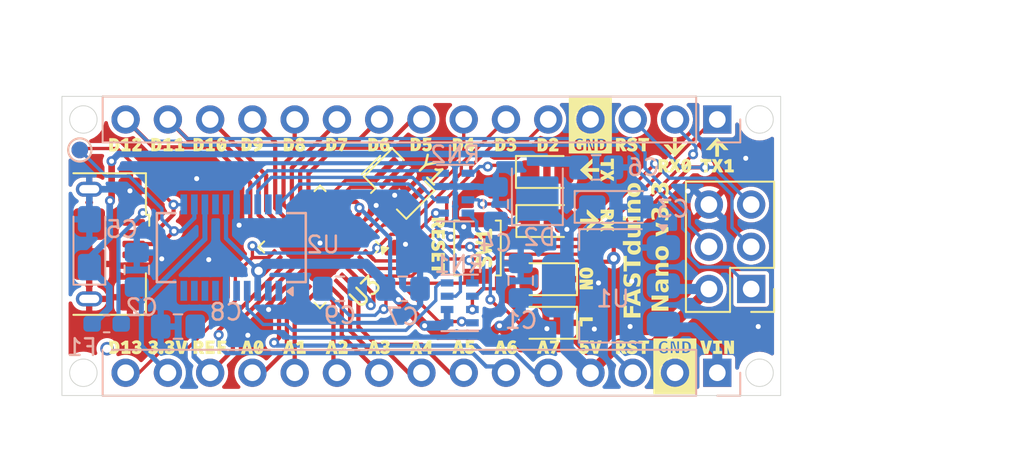
<source format=kicad_pcb>
(kicad_pcb (version 20241229) (generator "pcbnew") (generator_version "9.0")
  (layers (0 "F.Cu" signal) (2 "B.Cu" signal) (13 "F.Paste" user) (15 "B.Paste" user) (5 "F.SilkS" user "F.Silkscreen") (7 "B.SilkS" user "B.Silkscreen") (1 "F.Mask" user) (3 "B.Mask" user) (25 "Edge.Cuts" user))
  (net 0 "")
  (net 1 "/AREF")
  (net 2 "/RESET")
  (net 3 "/RX")
  (net 4 "+5V")
  (net 5 "VUSB")
  (net 6 "/TX")
  (net 7 "/D3")
  (net 8 "/D5")
  (net 9 "/D6")
  (net 10 "/D4")
  (net 11 "/D7")
  (net 12 "/A7")
  (net 13 "/D1{slash}TX")
  (net 14 "/D0{slash}RX")
  (net 15 "/A6")
  (net 16 "/D11{slash}MOSI")
  (net 17 "/A3")
  (net 18 "/A0")
  (net 19 "/A4")
  (net 20 "/D10")
  (net 21 "/D13{slash}SCK")
  (net 22 "/D8")
  (net 23 "/D12{slash}MISO")
  (net 24 "/D9")
  (net 25 "/A1")
  (net 26 "/A2")
  (net 27 "/D2")
  (net 28 "/A5")
  (net 29 "GND")
  (net 30 "+3.3V")
  (net 31 "Net-(D1-A)")
  (net 32 "Net-(D3-K)")
  (net 33 "Net-(D4-K)")
  (net 34 "Net-(J1-VBUS)")
  (net 36 "Net-(J1-D+)")
  (net 37 "Net-(RN2D-R4.1)")
  (net 38 "Net-(RN2B-R2.1)")
  (net 39 "VIN")
  (net 49 "Net-(U3-XTAL2{slash}PB7)")
  (net 50 "Net-(U3-XTAL1{slash}PB6)")
  (net 51 "Net-(U3-~{RESET}{slash}PC6)")
  (net 52 "Net-(J1-D-)")
  (net 53 "Net-(D5-A)")
  (footprint "LED_SMD:LED_0805_2012Metric_Pad1.15x1.40mm_HandSolder" (layer "F.Cu") (at 88.3 78.55)
    (property "Reference" "D4" (hide yes))
    (property "Value" "LED_Green_TX")
  )
  (footprint "LED_SMD:LED_0805_2012Metric_Pad1.15x1.40mm_HandSolder" (layer "F.Cu") (at 88.25 85 180)
    (property "Reference" "D1" (hide yes))
    (property "Value" "LED_Green_POW")
  )
  (footprint "Connector_PinHeader_2.54mm:PinHeader_2x03_P2.54mm_Vertical" (layer "F.Cu") (at 100.575 85.59 180)
    (property "Reference" "J4" (hide yes))
    (property "Value" "Conn_02x03_Odd_Even")
  )
  (footprint "Crystal:Resonator_SMD_Murata_CSTxExxV-3Pin_3.0x1.1mm" (layer "F.Cu") (at 79.423528 79.248528 -45)
    (property "Reference" "Y1")
    (property "Value" "16MHz")
  )
  (footprint "silk:Silkscreen_Front" (layer "F.Cu") (at 80.75 83)
    (property "Reference" "Silkscreen_Front" (hide yes))
    (property "Value" "Silkscreen_Back" (hide yes))
  )
  (footprint "LED_SMD:LED_0805_2012Metric_Pad1.15x1.40mm_HandSolder" (layer "F.Cu") (at 88.25 87.625 180)
    (property "Reference" "D5" (hide yes))
    (property "Value" "LED_Orange_ONB")
  )
  (footprint "Button_Switch_SMD:SW_SPST_B3U-1000P" (layer "F.Cu") (at 84.125 83.125 -90)
    (property "Reference" "SW1")
    (property "Value" "SW_Push")
  )
  (footprint "LED_SMD:LED_0805_2012Metric_Pad1.15x1.40mm_HandSolder" (layer "F.Cu") (at 88.325 81.5)
    (property "Reference" "D3" (hide yes))
    (property "Value" "LED_Red_RX")
  )
  (footprint "TestPoint:TestPoint_Pad_D1.0mm" (layer "F.Cu") (at 60.225 77.225)
    (property "Reference" "TP2" (hide yes))
    (property "Value" "D-")
  )
  (footprint "Connector_USB:USB_Micro-B_Amphenol_10118193-0001LF_Horizontal" (layer "F.Cu") (at 60.79 82.885 -90)
    (property "Reference" "J1" (hide yes))
    (property "Value" "USB_B_Micro")
  )
  (footprint "Package_DFN_QFN:QFN-32-1EP_5x5mm_P0.5mm_EP3.1x3.1mm" (layer "F.Cu") (at 74.664 83.0608 -135)
    (property "Reference" "U3")
    (property "Value" "ATmega328P-MUR")
  )
  (footprint "Capacitor_Tantalum_SMD:CP_EIA-3216-18_Kemet-A_HandSolder" (layer "B.Cu") (at 60.8 82.835 90)
    (property "Reference" "C5")
    (property "Value" "4.7u")
  )
  (footprint "Capacitor_SMD:C_0805_2012Metric_Pad1.18x1.45mm_HandSolder" (layer "B.Cu") (at 66.125 87.85 180)
    (property "Reference" "C8")
    (property "Value" "100n")
  )
  (footprint "Capacitor_SMD:C_0805_2012Metric_Pad1.18x1.45mm_HandSolder" (layer "B.Cu") (at 79.6375 85.575)
    (property "Reference" "C7")
    (property "Value" "1u")
  )
  (footprint "Resistor_SMD:R_Cat16-4" (layer "B.Cu") (at 83.06 86.425 180)
    (property "Reference" "RN1")
    (property "Value" "1k")
  )
  (footprint "Fuse:Fuse_0603_1608Metric_Pad1.05x0.95mm_HandSolder" (layer "B.Cu") (at 61.84 87.685 180)
    (property "Reference" "F1")
    (property "Value" "PTC RESET FUSE")
  )
  (footprint "Capacitor_SMD:C_0805_2012Metric_Pad1.18x1.45mm_HandSolder" (layer "B.Cu") (at 75.8625 85.575 180)
    (property "Reference" "C9")
    (property "Value" "100n")
  )
  (footprint "Capacitor_SMD:C_0805_2012Metric_Pad1.18x1.45mm_HandSolder" (layer "B.Cu") (at 86.725 85.0875 90)
    (property "Reference" "C1")
    (property "Value" "1u")
  )
  (footprint "Package_TO_SOT_SMD:SOT-223-3_TabPin2" (layer "B.Cu") (at 92.15 85.4 180)
    (property "Reference" "U1")
    (property "Value" "LM1117MP-5.0")
  )
  (footprint "Resistor_SMD:R_Cat16-4" (layer "B.Cu") (at 82.79 79.825)
    (property "Reference" "RN2")
    (property "Value" "1k")
  )
  (footprint "Connector_PinHeader_2.54mm:PinHeader_1x15_P2.54mm_Vertical" (layer "B.Cu") (at 98.54 90.63 90)
    (property "Reference" "J3" (hide yes))
    (property "Value" "Conn_01x15")
  )
  (footprint "Diode_SMD:D_SMP_DO-220AA" (layer "B.Cu") (at 87.725 79.4515 90)
    (property "Reference" "D2")
    (property "Value" "SS1P3L")
  )
  (footprint "Capacitor_SMD:C_0805_2012Metric_Pad1.18x1.45mm_HandSolder" (layer "B.Cu") (at 63.65 84.4375 90)
    (property "Reference" "C2")
    (property "Value" "100n")
  )
  (footprint "TestPoint:TestPoint_Pad_D1.0mm" (layer "B.Cu") (at 60.225 77.225)
    (property "Reference" "TP1" (hide yes))
    (property "Value" "D+")
  )
  (footprint "Capacitor_SMD:C_0805_2012Metric_Pad1.18x1.45mm_HandSolder" (layer "B.Cu") (at 85.225 80.4875 90)
    (property "Reference" "C4")
    (property "Value" "1u")
  )
  (footprint "Capacitor_SMD:C_0805_2012Metric_Pad1.18x1.45mm_HandSolder" (layer "B.Cu") (at 91.2625 78.275)
    (property "Reference" "C6")
    (property "Value" "100n")
  )
  (footprint "Connector_PinHeader_2.54mm:PinHeader_1x15_P2.54mm_Vertical" (layer "B.Cu") (at 98.54 75.39 90)
    (property "Reference" "J2" (hide yes))
    (property "Value" "Conn_01x15")
  )
  (footprint "Package_SO:SSOP-20_3.9x8.7mm_P0.635mm" (layer "B.Cu") (at 69.3325 83.1 90)
    (property "Reference" "U2")
    (property "Value" "FT231XS")
  )
  (footprint "Capacitor_Tantalum_SMD:CP_EIA-3216-18_Kemet-A_HandSolder" (layer "B.Cu") (at 92.465 80.65)
    (property "Reference" "C3")
    (property "Value" "4.7u")
  )
  (gr_circle (center 60.44 90.63) (end 61.2655 90.63) (stroke (width 0.05)) (fill no) (layer "Edge.Cuts"))
  (gr_circle (center 60.44 75.39) (end 61.2655 75.39) (stroke (width 0.05)) (fill no) (layer "Edge.Cuts"))
  (gr_circle (center 101.08 90.63) (end 101.9055 90.63) (stroke (width 0.05)) (fill no) (layer "Edge.Cuts"))
  (gr_circle (center 101.08 75.39) (end 101.9055 75.39) (stroke (width 0.05)) (fill no) (layer "Edge.Cuts"))
  (gr_rect (start 59.15 74) (end 102.35 92) (stroke (width 0.05)) (fill no) (layer "Edge.Cuts"))
  (gr_text "FASTduino \nNano v3.3" (at 95.775 83.05 90) (layer "F.SilkS") (effects (font (size 1 1) (thickness 0.25) (bold yes)) (justify bottom)))
  (via (at 61.8624 89.1822) (size 0.8128) (drill 0.5) (layers "F.Cu" "B.Cu") (net 0))
  (segment (start 72.754812 84.616435) (end 69.425 87.946247) (width 0.254) (layer "F.Cu") (net 1))
  (segment (start 69.425 87.946247) (end 69.425 89.265) (width 0.254) (layer "F.Cu") (net 1))
  (segment (start 69.425 89.265) (end 68.06 90.63) (width 0.254) (layer "F.Cu") (net 1))
  (segment (start 67.094 87.9185) (end 67.094 89.664) (width 0.3048) (layer "B.Cu") (net 1))
  (segment (start 67.1625 88.2125) (end 67.1625 87.85) (width 0.3048) (layer "B.Cu") (net 1))
  (segment (start 67.094 89.664) (end 68.06 90.63) (width 0.3048) (layer "B.Cu") (net 1))
  (segment (start 67.1625 87.85) (end 67.094 87.9185) (width 0.3048) (layer "B.Cu") (net 1))
  (segment (start 67.1 88.275) (end 67.1625 88.2125) (width 0.3048) (layer "B.Cu") (net 1))
  (segment (start 81.7902 87.55) (end 79.4826 85.2424) (width 0.2) (layer "F.Cu") (net 2))
  (segment (start 78.493651 86.8) (end 78.625 86.668651) (width 0.2) (layer "F.Cu") (net 2))
  (segment (start 79.4826 85.2424) (end 83.6826 85.2424) (width 0.2) (layer "F.Cu") (net 2))
  (segment (start 92.113084 83.95) (end 85.575 83.95) (width 0.25) (layer "F.Cu") (net 2))
  (segment (start 78.625 86.668651) (end 78.625 85.725) (width 0.2) (layer "F.Cu") (net 2))
  (segment (start 92.315707 82.860277) (end 96.900984 78.275) (width 0.25) (layer "F.Cu") (net 2))
  (segment (start 85.575 83.95) (end 84.725 84.8) (width 0.25) (layer "F.Cu") (net 2))
  (segment (start 92.315707 83.747377) (end 92.315707 82.860277) (width 0.25) (layer "F.Cu") (net 2))
  (segment (start 83.180002 87.55) (end 81.7902 87.55) (width 0.2) (layer "F.Cu") (net 2))
  (segment (start 78.625 85.725) (end 79.1076 85.2424) (width 0.2) (layer "F.Cu") (net 2))
  (segment (start 83.6826 85.2424) (end 84.125 84.8) (width 0.2) (layer "F.Cu") (net 2))
  (segment (start 92.315707 83.747377) (end 92.113084 83.95) (width 0.25) (layer "F.Cu") (net 2))
  (segment (start 79.1076 85.2424) (end 79.4826 85.2424) (width 0.2) (layer "F.Cu") (net 2))
  (segment (start 84.725 84.8) (end 84.125 84.8) (width 0.25) (layer "F.Cu") (net 2))
  (segment (start 96.900984 78.275) (end 97.788084 78.275) (width 0.25) (layer "F.Cu") (net 2))
  (via (at 92.315707 83.747377) (size 0.8) (drill 0.4) (layers "F.Cu" "B.Cu") (net 2))
  (via (at 97.788084 78.275) (size 0.6) (drill 0.3) (layers "F.Cu" "B.Cu") (net 2))
  (via (at 78.493651 86.8) (size 0.6) (drill 0.3) (layers "F.Cu" "B.Cu") (net 2))
  (via (at 83.180002 87.55) (size 0.6) (drill 0.3) (layers "F.Cu" "B.Cu") (net 2))
  (segment (start 97.788084 78.275) (end 96.345 78.275) (width 0.2) (layer "B.Cu") (net 2))
  (segment (start 76.425 87.175) (end 74.825 85.575) (width 0.2) (layer "B.Cu") (net 2))
  (segment (start 78.493651 86.8) (end 78.35 86.8) (width 0.2) (layer "B.Cu") (net 2))
  (segment (start 83.180002 87.55) (end 83.745 87.55) (width 0.2) (layer "B.Cu") (net 2))
  (segment (start 98.34 78.275) (end 100.575 80.51) (width 0.2) (layer "B.Cu") (net 2))
  (segment (start 92.315 83.748084) (end 92.315 89.485) (width 0.25) (layer "B.Cu") (net 2))
  (segment (start 96.345 78.275) (end 93.46 75.39) (width 0.2) (layer "B.Cu") (net 2))
  (segment (start 92.315 89.485) (end 93.46 90.63) (width 0.25) (layer "B.Cu") (net 2))
  (segment (start 92.315707 83.747377) (end 92.315 83.748084) (width 0.25) (layer "B.Cu") (net 2))
  (segment (start 97.788084 78.275) (end 98.34 78.275) (width 0.2) (layer "B.Cu") (net 2))
  (segment (start 78.35 86.8) (end 77.975 87.175) (width 0.2) (layer "B.Cu") (net 2))
  (segment (start 92.315707 83.747377) (end 92.315 83.74667) (width 0.25) (layer "B.Cu") (net 2))
  (segment (start 77.975 87.175) (end 76.425 87.175) (width 0.2) (layer "B.Cu") (net 2))
  (segment (start 83.745 87.55) (end 83.82 87.625) (width 0.2) (layer "B.Cu") (net 2))
  (segment (start 79.825 88.075) (end 73 88.075) (width 0.2) (layer "B.Cu") (net 3))
  (segment (start 72.65 87.725) (end 71.25 87.725) (width 0.2) (layer "B.Cu") (net 3))
  (segment (start 81.619 86.281) (end 79.825 88.075) (width 0.2) (layer "B.Cu") (net 3))
  (segment (start 81.619 85.481) (end 81.619 86.281) (width 0.2) (layer "B.Cu") (net 3))
  (segment (start 81.875 85.225) (end 81.619 85.481) (width 0.2) (layer "B.Cu") (net 3))
  (segment (start 73 88.075) (end 72.65 87.725) (width 0.2) (layer "B.Cu") (net 3))
  (segment (start 70.285 86.76) (end 70.285 85.7) (width 0.2) (layer "B.Cu") (net 3))
  (segment (start 82.3 85.225) (end 81.875 85.225) (width 0.2) (layer "B.Cu") (net 3))
  (segment (start 71.25 87.725) (end 70.285 86.76) (width 0.2) (layer "B.Cu") (net 3))
  (segment (start 76.926879 81.148121) (end 76.926879 81.151474) (width 0.254) (layer "F.Cu") (net 4))
  (segment (start 82.847216 88.35) (end 82.848216 88.351) (width 0.6) (layer "F.Cu") (net 4))
  (segment (start 85.45 87.8) (end 86.75 89.1) (width 0.6) (layer "F.Cu") (net 4))
  (segment (start 77.029778 80.698703) (end 77.029778 80.54602) (width 0.254) (layer "F.Cu") (net 4))
  (segment (start 77.029778 80.54602) (end 76.833758 80.35) (width 0.254) (layer "F.Cu") (net 4))
  (segment (start 76.833758 80.35) (end 76.31414 80.35) (width 0.254) (layer "F.Cu") (net 4))
  (segment (start 94.725 88.9) (end 92.65 88.9) (width 0.6096) (layer "F.Cu") (net 4))
  (segment (start 76.926879 81.151474) (end 76.573188 81.505165) (width 0.254) (layer "F.Cu") (net 4))
  (segment (start 86.75 89.1) (end 89.39 89.1) (width 0.6) (layer "F.Cu") (net 4))
  (segment (start 84.9 88.35) (end 85.45 87.8) (width 0.6) (layer "F.Cu") (net 4))
  (segment (start 82.848216 88.351) (end 83.511788 88.351) (width 0.6) (layer "F.Cu") (net 4))
  (segment (start 89.325 78.55) (end 89.325 81.475) (width 0.4) (layer "F.Cu") (net 4))
  (segment (start 92.65 88.9) (end 90.92 90.63) (width 0.6096) (layer "F.Cu") (net 4))
  (segment (start 89.5 81.65) (end 89.5 82) (width 0.2) (layer "F.Cu") (net 4))
  (segment (start 83.511788 88.351) (end 83.512788 88.35) (width 0.6) (layer "F.Cu") (net 4))
  (segment (start 80.949265 87.799265) (end 79.375 86.225) (width 0.6096) (layer "F.Cu") (net 4))
  (segment (start 76.31414 80.35) (end 75.866082 80.798058) (width 0.254) (layer "F.Cu") (net 4))
  (segment (start 89.39 89.1) (end 90.92 90.63) (width 0.6) (layer "F.Cu") (net 4))
  (segment (start 81.189523 87.799265) (end 81.740258 88.35) (width 0.6) (layer "F.Cu") (net 4))
  (segment (start 77.029778 80.698703) (end 77.029778 81.045222) (width 0.254) (layer "F.Cu") (net 4))
  (segment (start 98.035 85.59) (end 94.725 88.9) (width 0.6096) (layer "F.Cu") (net 4))
  (segment (start 80.949265 87.799265) (end 81.189523 87.799265) (width 0.6) (layer "F.Cu") (net 4))
  (segment (start 89.325 81.475) (end 89.5 81.65) (width 0.2) (layer "F.Cu") (net 4))
  (segment (start 81.740258 88.35) (end 82.847216 88.35) (width 0.6) (layer "F.Cu") (net 4))
  (segment (start 83.512788 88.35) (end 84.9 88.35) (width 0.6) (layer "F.Cu") (net 4))
  (segment (start 70.9725 84.4975) (end 71.175 84.7) (width 0.254) (layer "F.Cu") (net 4))
  (segment (start 71.175 84.7) (end 71.257033 84.7) (width 0.254) (layer "F.Cu") (net 4))
  (segment (start 71.257033 84.7) (end 72.047705 83.909328) (width 0.254) (layer "F.Cu") (net 4))
  (segment (start 77.029778 81.045222) (end 76.926879 81.148121) (width 0.254) (layer "F.Cu") (net 4))
  (via (at 89.5 82) (size 0.6) (drill 0.3) (layers "F.Cu" "B.Cu") (net 4))
  (via (at 85.45 87.8) (size 0.6) (drill 0.3) (layers "F.Cu" "B.Cu") (net 4))
  (via (at 79.375 86.225) (size 0.6) (drill 0.3) (layers "F.Cu" "B.Cu") (net 4))
  (via (at 77.029778 80.698703) (size 0.6) (drill 0.3) (layers "F.Cu" "B.Cu") (net 4))
  (via (at 80.949265 87.799265) (size 0.6) (drill 0.3) (layers "F.Cu" "B.Cu") (net 4))
  (via (at 70.9725 84.4975) (size 0.9064) (drill 0.5) (layers "F.Cu" "B.Cu") (net 4))
  (segment (start 86.775 86.325) (end 86.725 86.275) (width 0.4) (layer "B.Cu") (net 4))
  (segment (start 70.9725 84.4975) (end 69.015 82.54) (width 0.254) (layer "B.Cu") (net 4))
  (segment (start 89.5 82) (end 90.85 80.65) (width 0.8128) (layer "B.Cu") (net 4))
  (segment (start 80.949265 87.799265) (end 82.125735 87.799265) (width 0.6) (layer "B.Cu") (net 4))
  (segment (start 89.5 89.21) (end 90.92 90.63) (width 0.8128) (layer "B.Cu") (net 4))
  (segment (start 86.35 81.525) (end 85.225 81.525) (width 0.4) (layer "B.Cu") (net 4))
  (segment (start 78.875 85.3) (end 78.6 85.575) (width 0.254) (layer "B.Cu") (net 4))
  (segment (start 90.85 80.65) (end 91.025 80.65) (width 0.8128) (layer "B.Cu") (net 4))
  (segment (start 89.625 86.325) (end 89.625 85.725) (width 0.8128) (layer "B.Cu") (net 4))
  (segment (start 88.2134 80.7494) (end 87.745 80.281) (width 0.8128) (layer "B.Cu") (net 4))
  (segment (start 78.725 85.375) (end 77.425 84.075) (width 0.6096) (layer "B.Cu") (net 4))
  (segment (start 95.335 85.59) (end 95.325 85.6) (width 0.6096) (layer "B.Cu") (net 4))
  (segment (start 82.125735 87.799265) (end 82.3 87.625) (width 0.6) (layer "B.Cu") (net 4))
  (segment (start 69.015 82.54) (end 69.015 80.5) (width 0.254) (layer "B.Cu") (net 4))
  (segment (start 88.35 86.275) (end 89.025 85.6) (width 0.4) (layer "B.Cu") (net 4))
  (segment (start 79.375 86.225) (end 78.725 85.575) (width 0.6096) (layer "B.Cu") (net 4))
  (segment (start 87.725 80.15) (end 86.35 81.525) (width 0.4) (layer "B.Cu") (net 4))
  (segment (start 89.5 85.6) (end 89.5 82.0345) (width 0.8128) (layer "B.Cu") (net 4))
  (segment (start 86.725 86.85) (end 86.725 86.275) (width 0.6) (layer "B.Cu") (net 4))
  (segment (start 89.625 85.725) (end 89.5 85.6) (width 0.8128) (layer "B.Cu") (net 4))
  (segment (start 71.395 84.075) (end 70.9725 84.4975) (width 0.6096) (layer "B.Cu") (net 4))
  (segment (start 70.92 85.7) (end 70.92 84.55) (width 0.4) (layer "B.Cu") (net 4))
  (segment (start 85.45 87.8) (end 85.775 87.8) (width 0.6) (layer "B.Cu") (net 4))
  (segment (start 77.425 84.075) (end 71.395 84.075) (width 0.6096) (layer "B.Cu") (net 4))
  (segment (start 70.92 84.55) (end 70.9725 84.4975) (width 0.4) (layer "B.Cu") (net 4))
  (segment (start 78.725 85.575) (end 78.725 85.375) (width 0.6096) (layer "B.Cu") (net 4))
  (segment (start 89.5 86.55) (end 89.5 89.21) (width 0.8128) (layer "B.Cu") (net 4))
  (segment (start 82.3 87.625) (end 82.3 86.825) (width 0.4) (layer "B.Cu") (net 4))
  (segment (start 78.875 82.543925) (end 78.875 85.3) (width 0.254) (layer "B.Cu") (net 4))
  (segment (start 77.029778 80.698703) (end 78.875 82.543925) (width 0.254) (layer "B.Cu") (net 4))
  (segment (start 85.775 87.8) (end 86.725 86.85) (width 0.6) (layer "B.Cu") (net 4))
  (segment (start 89.5 82.0345) (end 89.5 82) (width 0.8128) (layer "B.Cu") (net 4))
  (segment (start 89.625 86.425) (end 89.5 86.55) (width 0.8128) (layer "B.Cu") (net 4))
  (segment (start 89.5 82.0345) (end 87.745 80.2795) (width 0.8128) (layer "B.Cu") (net 4))
  (segment (start 89.625 86.325) (end 89.625 86.425) (width 0.8128) (layer "B.Cu") (net 4))
  (segment (start 86.725 86.275) (end 88.35 86.275) (width 0.4) (layer "B.Cu") (net 4))
  (segment (start 86.725 81.15) (end 87.725 80.15) (width 0.4) (layer "B.Cu") (net 4))
  (segment (start 98.035 85.59) (end 95.335 85.59) (width 0.6096) (layer "B.Cu") (net 4))
  (segment (start 62.15 77.9164) (end 62.1336 77.9) (width 0.4) (layer "F.Cu") (net 5))
  (segment (start 62.139 77.9054) (end 62.1336 77.9) (width 0.4) (layer "F.Cu") (net 5))
  (segment (start 62.1336 77.8914) (end 62.1336 77.9) (width 0.4) (layer "F.Cu") (net 5))
  (segment (start 62.04021 80.285) (end 62.139 80.18621) (width 0.4) (layer "F.Cu") (net 5))
  (segment (start 62.139 80.18621) (end 62.139 77.9054) (width 0.4) (layer "F.Cu") (net 5))
  (via (at 62.1336 77.9) (size 0.6) (drill 0.3) (layers "F.Cu" "B.Cu") (net 5))
  (via (at 62.04021 80.285) (size 0.6) (drill 0.3) (layers "F.Cu" "B.Cu") (net 5))
  (segment (start 60.8 83.725) (end 60.8 84.275) (width 0.4) (layer "B.Cu") (net 5))
  (segment (start 61.04 87.685) (end 62 86.725) (width 0.4) (layer "B.Cu") (net 5))
  (segment (start 87.396 77.47) (end 87.725 77.799) (width 0.4) (layer "B.Cu") (net 5))
  (segment (start 62 86.725) (end 62 85.492) (width 0.4) (layer "B.Cu") (net 5))
  (segment (start 62 85.492) (end 60.8 84.292) (width 0.4) (layer "B.Cu") (net 5))
  (segment (start 62.1336 77.8914) (end 62.555 77.47) (width 0.4) (layer "B.Cu") (net 5))
  (segment (start 60.8 84.292) (end 60.8 84.275) (width 0.4) (layer "B.Cu") (net 5))
  (segment (start 62.024 82.501) (end 60.8 83.725) (width 0.4) (layer "B.Cu") (net 5))
  (segment (start 62.024 80.30121) (end 62.024 82.501) (width 0.4) (layer "B.Cu") (net 5))
  (segment (start 90.225 78.275) (end 89.881 77.931) (width 0.6096) (layer "B.Cu") (net 5))
  (segment (start 89.881 77.931) (end 88.0835 77.931) (width 0.6096) (layer "B.Cu") (net 5))
  (segment (start 62.555 77.47) (end 87.396 77.47) (width 0.4) (layer "B.Cu") (net 5))
  (segment (start 62.04021 80.285) (end 62.024 80.30121) (width 0.4) (layer "B.Cu") (net 5))
  (segment (start 81.02918 80.32918) (end 79.977 79.277) (width 0.2) (layer "B.Cu") (net 6))
  (segment (start 81.02918 81.79628) (end 81.02918 80.32918) (width 0.2) (layer "B.Cu") (net 6))
  (segment (start 82.770254 84.470254) (end 82.770254 83.537354) (width 0.2) (layer "B.Cu") (net 6))
  (segment (start 82.825 86.025) (end 83.1 85.75) (width 0.2) (layer "B.Cu") (net 6))
  (segment (start 79.977 79.277) (end 73.413 79.277) (width 0.2) (layer "B.Cu") (net 6))
  (segment (start 83.1 85.75) (end 83.1 84.8) (width 0.2) (layer "B.Cu") (net 6))
  (segment (start 82.770254 83.537354) (end 81.02918 81.79628) (width 0.2) (layer "B.Cu") (net 6))
  (segment (start 83.1 84.8) (end 82.770254 84.470254) (width 0.2) (layer "B.Cu") (net 6))
  (segment (start 82.3 86.025) (end 82.825 86.025) (width 0.2) (layer "B.Cu") (net 6))
  (segment (start 73.413 79.277) (end 72.19 80.5) (width 0.2) (layer "B.Cu") (net 6))
  (segment (start 78.469673 81.73) (end 80.038468 81.73) (width 0.2) (layer "F.Cu") (net 7))
  (segment (start 77.633848 82.565825) (end 78.469673 81.73) (width 0.2) (layer "F.Cu") (net 7))
  (segment (start 83.155 78.613467) (end 83.155 78.07189) (width 0.2) (layer "F.Cu") (net 7))
  (segment (start 83.155 78.07189) (end 83.17189 78.055) (width 0.2) (layer "F.Cu") (net 7))
  (segment (start 83.17189 78.055) (end 83.175 78.055) (width 0.2) (layer "F.Cu") (net 7))
  (segment (start 80.038468 81.73) (end 83.155 78.613467) (width 0.2) (layer "F.Cu") (net 7))
  (segment (start 83.175 78.055) (end 85.84 75.39) (width 0.2) (layer "F.Cu") (net 7))
  (segment (start 73.97 79.891927) (end 73.97 78.6494) (width 0.254) (layer "F.Cu") (net 8))
  (segment (start 75.5276 77.0918) (end 75.52808 77.09228) (width 0.254) (layer "F.Cu") (net 8))
  (segment (start 75.52808 77.09228) (end 78.49892 77.09228) (width 0.254) (layer "F.Cu") (net 8))
  (segment (start 78.49892 77.09228) (end 80.2012 75.39) (width 0.254) (layer "F.Cu") (net 8))
  (segment (start 74.169025 80.090952) (end 73.97 79.891927) (width 0.254) (layer "F.Cu") (net 8))
  (segment (start 73.97 78.6494) (end 75.5276 77.0918) (width 0.254) (layer "F.Cu") (net 8))
  (segment (start 80.2012 75.39) (end 80.76 75.39) (width 0.254) (layer "F.Cu") (net 8))
  (segment (start 73.47 78.489) (end 75.3244 76.6346) (width 0.254) (layer "F.Cu") (net 9))
  (segment (start 75.3244 76.6346) (end 76.9754 76.6346) (width 0.254) (layer "F.Cu") (net 9))
  (segment (start 76.9754 76.6346) (end 78.22 75.39) (width 0.254) (layer "F.Cu") (net 9))
  (segment (start 73.47 80.099033) (end 73.47 78.489) (width 0.254) (layer "F.Cu") (net 9))
  (segment (start 73.815472 80.444505) (end 73.47 80.099033) (width 0.254) (layer "F.Cu") (net 9))
  (segment (start 83.3 77.283422) (end 82.7 77.883422) (width 0.2) (layer "F.Cu") (net 10))
  (segment (start 79.85 81.275) (end 78.217567 81.275) (width 0.2) (layer "F.Cu") (net 10))
  (segment (start 82.7 78.425) (end 79.85 81.275) (width 0.2) (layer "F.Cu") (net 10))
  (segment (start 78.217567 81.275) (end 77.280295 82.212272) (width 0.2) (layer "F.Cu") (net 10))
  (segment (start 82.7 77.883422) (end 82.7 78.425) (width 0.2) (layer "F.Cu") (net 10))
  (segment (start 83.3 75.39) (end 83.3 77.283422) (width 0.2) (layer "F.Cu") (net 10))
  (segment (start 72.97 78.3) (end 75.68 75.59) (width 0.254) (layer "F.Cu") (net 11))
  (segment (start 73.461918 80.798058) (end 72.97 80.30614) (width 0.254) (layer "F.Cu") (net 11))
  (segment (start 72.97 80.30614) (end 72.97 78.3) (width 0.254) (layer "F.Cu") (net 11))
  (segment (start 75.68 75.39) (end 75.68 75.59) (width 0.254) (layer "F.Cu") (net 11))
  (segment (start 72.2 88.529644) (end 72.2 86.58546) (width 0.254) (layer "F.Cu") (net 12))
  (segment (start 73.470757 85.314703) (end 73.461918 85.323542) (width 0.254) (layer "F.Cu") (net 12))
  (segment (start 72.2 86.58546) (end 73.470757 85.314703) (width 0.254) (layer "F.Cu") (net 12))
  (segment (start 71.906644 88.823) (end 72.2 88.529644) (width 0.254) (layer "F.Cu") (net 12))
  (via (at 71.906644 88.823) (size 0.6) (drill 0.3) (layers "F.Cu" "B.Cu") (net 12))
  (segment (start 71.906644 88.823) (end 71.906644 88.830644) (width 0.254) (layer "B.Cu") (net 12))
  (segment (start 84.038468 88.995) (end 84.468468 89.425) (width 0.254) (layer "B.Cu") (net 12))
  (segment (start 84.468468 89.425) (end 86.375 89.425) (width 0.254) (layer "B.Cu") (net 12))
  (segment (start 72.071 88.995) (end 84.038468 88.995) (width 0.254) (layer "B.Cu") (net 12))
  (segment (start 87.58 90.63) (end 88.38 90.63) (width 0.254) (layer "B.Cu") (net 12))
  (segment (start 71.906644 88.830644) (end 72.071 88.995) (width 0.254) (layer "B.Cu") (net 12))
  (segment (start 86.375 89.425) (end 87.58 90.63) (width 0.254) (layer "B.Cu") (net 12))
  (segment (start 83.675 83.05) (end 83.67692 83.04808) (width 0.2) (layer "F.Cu") (net 13))
  (segment (start 83.67692 83.04808) (end 85.192813 83.04808) (width 0.2) (layer "F.Cu") (net 13))
  (segment (start 85.198894 83.042) (end 90.683 83.042) (width 0.2) (layer "F.Cu") (net 13))
  (segment (start 79.9928 84.3572) (end 77.728161 84.3572) (width 0.2) (layer "F.Cu") (net 13))
  (segment (start 81.30192 83.04808) (end 79.9928 84.3572) (width 0.2) (layer "F.Cu") (net 13))
  (segment (start 85.192813 83.04808) (end 85.198894 83.042) (width 0.2) (layer "F.Cu") (net 13))
  (segment (start 83.67308 83.04808) (end 81.30192 83.04808) (width 0.2) (layer "F.Cu") (net 13))
  (segment (start 90.683 83.042) (end 98.335 75.39) (width 0.2) (layer "F.Cu") (net 13))
  (segment (start 98.335 75.39) (end 98.54 75.39) (width 0.2) (layer "F.Cu") (net 13))
  (segment (start 77.728161 84.3572) (end 77.280293 83.909332) (width 0.2) (layer "F.Cu") (net 13))
  (segment (start 83.675 83.05) (end 83.67308 83.04808) (width 0.2) (layer "F.Cu") (net 13))
  (via (at 83.675 83.05) (size 0.6) (drill 0.3) (layers "F.Cu" "B.Cu") (net 13))
  (segment (start 83.675 83.05) (end 84.5 83.875) (width 0.2) (layer "B.Cu") (net 13))
  (segment (start 84.05 86.025) (end 83.82 86.025) (width 0.2) (layer "B.Cu") (net 13))
  (segment (start 84.5 83.875) (end 84.5 85.575) (width 0.2) (layer "B.Cu") (net 13))
  (segment (start 84.5 85.575) (end 84.05 86.025) (width 0.2) (layer "B.Cu") (net 13))
  (segment (start 77.47826 84.8144) (end 76.926742 84.262882) (width 0.2) (layer "F.Cu") (net 14))
  (segment (start 91.07653 83.497) (end 85.387361 83.497) (width 0.2) (layer "F.Cu") (net 14))
  (segment (start 83.605572 83.861312) (end 83.52926 83.785) (width 0.2) (layer "F.Cu") (net 14))
  (segment (start 97.086765 77.486765) (end 91.07653 83.497) (width 0.2) (layer "F.Cu") (net 14))
  (segment (start 83.52926 83.785) (end 81.211578 83.785) (width 0.2) (layer "F.Cu") (net 14))
  (segment (start 83.702297 83.785) (end 83.625985 83.861312) (width 0.2) (layer "F.Cu") (net 14))
  (segment (start 81.211578 83.785) (end 80.182178 84.8144) (width 0.2) (layer "F.Cu") (net 14))
  (segment (start 85.099362 83.785) (end 83.702297 83.785) (width 0.2) (layer "F.Cu") (net 14))
  (segment (start 85.387361 83.497) (end 85.099362 83.785) (width 0.2) (layer "F.Cu") (net 14))
  (segment (start 80.182178 84.8144) (end 77.47826 84.8144) (width 0.2) (layer "F.Cu") (net 14))
  (segment (start 83.625985 83.861312) (end 83.605572 83.861312) (width 0.2) (layer "F.Cu") (net 14))
  (via (at 97.086765 77.486765) (size 0.6) (drill 0.3) (layers "F.Cu" "B.Cu") (net 14))
  (via (at 83.625985 83.861312) (size 0.6) (drill 0.3) (layers "F.Cu" "B.Cu") (net 14))
  (segment (start 83.625985 83.970985) (end 83.82 84.165) (width 0.2) (layer "B.Cu") (net 14))
  (segment (start 83.82 84.165) (end 83.82 85.225) (width 0.2) (layer "B.Cu") (net 14))
  (segment (start 97.245856 77.327674) (end 97.245856 77.016856) (width 0.2) (layer "B.Cu") (net 14))
  (segment (start 96 75.771) (end 96 75.39) (width 0.2) (layer "B.Cu") (net 14))
  (segment (start 83.625985 83.861312) (end 83.625985 83.970985) (width 0.2) (layer "B.Cu") (net 14))
  (segment (start 97.086765 77.486765) (end 97.245856 77.327674) (width 0.2) (layer "B.Cu") (net 14))
  (segment (start 97.245856 77.016856) (end 96 75.771) (width 0.2) (layer "B.Cu") (net 14))
  (segment (start 68.572001 88.297001) (end 68.572001 88.092139) (width 0.254) (layer "F.Cu") (net 15))
  (segment (start 68.572001 88.092139) (end 72.401258 84.262882) (width 0.254) (layer "F.Cu") (net 15))
  (via (at 68.572001 88.35) (size 0.6) (drill 0.3) (layers "F.Cu" "B.Cu") (net 15))
  (segment (start 84.649 90.249) (end 85.459 90.249) (width 0.254) (layer "B.Cu") (net 15))
  (segment (start 83.85 89.45) (end 84.649 90.249) (width 0.254) (layer "B.Cu") (net 15))
  (segment (start 85.459 90.249) (end 85.84 90.63) (width 0.254) (layer "B.Cu") (net 15))
  (segment (start 69.025 89.45) (end 83.85 89.45) (width 0.254) (layer "B.Cu") (net 15))
  (segment (start 68.572001 88.297001) (end 68.572001 88.35) (width 0.254) (layer "B.Cu") (net 15))
  (segment (start 68.572001 88.997001) (end 69.025 89.45) (width 0.254) (layer "B.Cu") (net 15))
  (segment (start 68.572001 88.35) (end 68.572001 88.997001) (width 0.254) (layer "B.Cu") (net 15))
  (segment (start 65.52 75.39) (end 66.73968 76.60968) (width 0.254) (layer "F.Cu") (net 16))
  (segment (start 68.61832 76.60968) (end 68.6188 76.6092) (width 0.254) (layer "F.Cu") (net 16))
  (segment (start 66.73968 76.60968) (end 68.61832 76.60968) (width 0.254) (layer "F.Cu") (net 16))
  (segment (start 72.047705 82.212272) (end 70.97 81.134567) (width 0.254) (layer "F.Cu") (net 16))
  (segment (start 70.97 78.9604) (end 68.6188 76.6092) (width 0.254) (layer "F.Cu") (net 16))
  (segment (start 70.97 81.134567) (end 70.97 78.9604) (width 0.254) (layer "F.Cu") (net 16))
  (segment (start 98.035 82.96) (end 98.035 83.05) (width 0.2) (layer "B.Cu") (net 16))
  (segment (start 94.196885 77.371885) (end 94.196885 78.322013) (width 0.2) (layer "B.Cu") (net 16))
  (segment (start 96.857 80.982128) (end 96.857 81.782) (width 0.2) (layer "B.Cu") (net 16))
  (segment (start 66.671 76.541) (end 93.366 76.541) (width 0.2) (layer "B.Cu") (net 16))
  (segment (start 94.196885 78.322013) (end 96.857 80.982128) (width 0.2) (layer "B.Cu") (net 16))
  (segment (start 65.52 75.39) (end 66.671 76.541) (width 0.2) (layer "B.Cu") (net 16))
  (segment (start 93.366 76.541) (end 94.196885 77.371885) (width 0.2) (layer "B.Cu") (net 16))
  (segment (start 96.857 81.782) (end 98.035 82.96) (width 0.2) (layer "B.Cu") (net 16))
  (segment (start 75.512528 85.677095) (end 75.97 86.134567) (width 0.254) (layer "F.Cu") (net 17))
  (segment (start 75.97 86.134567) (end 75.97 88.38) (width 0.254) (layer "F.Cu") (net 17))
  (segment (start 75.97 88.38) (end 78.22 90.63) (width 0.254) (layer "F.Cu") (net 17))
  (segment (start 71.245 90.63) (end 72.67 89.205) (width 0.254) (layer "F.Cu") (net 18))
  (segment (start 72.67 86.822567) (end 73.815472 85.677095) (width 0.254) (layer "F.Cu") (net 18))
  (segment (start 72.67 89.205) (end 72.67 86.822567) (width 0.254) (layer "F.Cu") (net 18))
  (segment (start 70.6 90.63) (end 71.245 90.63) (width 0.254) (layer "F.Cu") (net 18))
  (segment (start 77.795 89.425) (end 78.775 89.425) (width 0.254) (layer "F.Cu") (net 19))
  (segment (start 75.866082 85.323542) (end 76.47 85.92746) (width 0.254) (layer "F.Cu") (net 19))
  (segment (start 79.98 90.63) (end 80.76 90.63) (width 0.254) (layer "F.Cu") (net 19))
  (segment (start 78.775 89.425) (end 79.98 90.63) (width 0.254) (layer "F.Cu") (net 19))
  (segment (start 76.47 85.92746) (end 76.47 88.1) (width 0.254) (layer "F.Cu") (net 19))
  (segment (start 76.47 88.1) (end 77.795 89.425) (width 0.254) (layer "F.Cu") (net 19))
  (segment (start 71.42672 80.88418) (end 71.42672 78.75672) (width 0.254) (layer "F.Cu") (net 20))
  (segment (start 72.401258 81.858718) (end 71.42672 80.88418) (width 0.254) (layer "F.Cu") (net 20))
  (segment (start 71.42672 78.75672) (end 68.06 75.39) (width 0.254) (layer "F.Cu") (net 20))
  (segment (start 85.396785 82.446785) (end 85.55 82.6) (width 0.2) (layer "F.Cu") (net 21))
  (segment (start 84.348943 82.451) (end 84.353158 82.446785) (width 0.2) (layer "F.Cu") (net 21))
  (segment (start 81.625 81.025) (end 80.35 82.3) (width 0.2) (layer "F.Cu") (net 21))
  (segment (start 85.55 82.6) (end 90.25 82.6) (width 0.2) (layer "F.Cu") (net 21))
  (segment (start 90.25 82.6) (end 94.797885 78.052115) (width 0.2) (layer "F.Cu") (net 21))
  (segment (start 83.851057 82.451) (end 84.348943 82.451) (width 0.2) (layer "F.Cu") (net 21))
  (segment (start 63.79 90.63) (end 65.12 89.3) (width 0.2) (layer "F.Cu") (net 21))
  (segment (start 80.35 82.3) (end 78.925 82.3) (width 0.2) (layer "F.Cu") (net 21))
  (segment (start 69.575 84.725) (end 70.6 83.7) (width 0.2) (layer "F.Cu") (net 21))
  (segment (start 83.846842 82.446785) (end 83.851057 82.451) (width 0.2) (layer "F.Cu") (net 21))
  (segment (start 70.6 83.7) (end 71.549927 83.7) (width 0.2) (layer "F.Cu") (net 21))
  (segment (start 69.575 86.295) (end 69.575 84.725) (width 0.2) (layer "F.Cu") (net 21))
  (segment (start 66.57 89.3) (end 69.575 86.295) (width 0.2) (layer "F.Cu") (net 21))
  (segment (start 65.12 89.3) (end 66.57 89.3) (width 0.2) (layer "F.Cu") (net 21))
  (segment (start 84.353158 82.446785) (end 85.396785 82.446785) (width 0.2) (layer "F.Cu") (net 21))
  (segment (start 78.925 82.3) (end 78.100735 83.124265) (width 0.2) (layer "F.Cu") (net 21))
  (segment (start 71.549927 83.7) (end 71.694152 83.555775) (width 0.2) (layer "F.Cu") (net 21))
  (segment (start 71.70299 83.546936) (end 71.671936 83.546936) (width 0.2) (layer "F.Cu") (net 21))
  (segment (start 70.6 83.7) (end 70.6 83) (width 0.2) (layer "F.Cu") (net 21))
  (segment (start 62.98 90.63) (end 63.79 90.63) (width 0.2) (layer "F.Cu") (net 21))
  (segment (start 82.528215 82.446785) (end 83.846842 82.446785) (width 0.2) (layer "F.Cu") (net 21))
  (segment (start 81.63018 81.025) (end 81.625 81.025) (width 0.2) (layer "F.Cu") (net 21))
  (via (at 70.6 83) (size 0.6) (drill 0.3) (layers "F.Cu" "B.Cu") (net 21))
  (via (at 94.797885 78.052115) (size 0.6) (drill 0.3) (layers "F.Cu" "B.Cu") (net 21))
  (via (at 78.100735 83.124265) (size 0.6) (drill 0.3) (layers "F.Cu" "B.Cu") (net 21))
  (via (at 82.528215 82.446785) (size 0.6) (drill 0.3) (layers "F.Cu" "B.Cu") (net 21))
  (via (at 81.63018 81.025) (size 0.6) (drill 0.3) (layers "F.Cu" "B.Cu") (net 21))
  (segment (start 95.67077 78.925) (end 98.4229 78.925) (width 0.2) (layer "B.Cu") (net 21))
  (segment (start 82.528215 82.446785) (end 82.28143 82.2) (width 0.2) (layer "B.Cu") (net 21))
  (segment (start 81.63018 81.025) (end 82.03 81.025) (width 0.2) (layer "B.Cu") (net 21))
  (segment (start 94.797885 78.052115) (end 95.67077 78.925) (width 0.2) (layer "B.Cu") (net 21))
  (segment (start 81.63018 81.83018) (end 81.63018 81.025) (width 0.2) (layer "B.Cu") (net 21))
  (segment (start 78.100735 83.124265) (end 77.8 83.425) (width 0.2) (layer "B.Cu") (net 21))
  (segment (start 99.424 79.9261) (end 99.424 81.899) (width 0.2) (layer "B.Cu") (net 21))
  (segment (start 71.025 83.425) (end 70.6 83) (width 0.2) (layer "B.Cu") (net 21))
  (segment (start 77.8 83.425) (end 71.025 83.425) (width 0.2) (layer "B.Cu") (net 21))
  (segment (start 82 82.2) (end 81.63018 81.83018) (width 0.2) (layer "B.Cu") (net 21))
  (segment (start 99.424 81.899) (end 100.575 83.05) (width 0.2) (layer "B.Cu") (net 21))
  (segment (start 98.4229 78.925) (end 99.424 79.9261) (width 0.2) (layer "B.Cu") (net 21))
  (segment (start 82.28143 82.2) (end 82 82.2) (width 0.2) (layer "B.Cu") (net 21))
  (segment (start 72.47 80.513247) (end 72.47 78.1) (width 0.254) (layer "F.Cu") (net 22))
  (segment (start 73.14 75.39) (end 73.14 77.43) (width 0.254) (layer "F.Cu") (net 22))
  (segment (start 73.14 77.43) (end 72.47 78.1) (width 0.254) (layer "F.Cu") (net 22))
  (segment (start 73.108365 81.151612) (end 72.47 80.513247) (width 0.254) (layer "F.Cu") (net 22))
  (segment (start 71.694152 82.565825) (end 70.47 81.341673) (width 0.254) (layer "F.Cu") (net 23))
  (segment (start 62.98 75.39) (end 64.6564 77.0664) (width 0.254) (layer "F.Cu") (net 23))
  (segment (start 70.47 81.341673) (end 70.47 79.197) (width 0.254) (layer "F.Cu") (net 23))
  (segment (start 68.3394 77.0664) (end 64.6564 77.0664) (width 0.254) (layer "F.Cu") (net 23))
  (segment (start 70.47 79.197) (end 68.3394 77.0664) (width 0.254) (layer "F.Cu") (net 23))
  (segment (start 93.768885 78.461113) (end 96.456 81.148228) (width 0.2) (layer "B.Cu") (net 23))
  (segment (start 66.2629 76.7) (end 66.5049 76.942) (width 0.2) (layer "B.Cu") (net 23))
  (segment (start 64.29 76.7) (end 66.2629 76.7) (width 0.2) (layer "B.Cu") (net 23))
  (segment (start 96.825 82.3171) (end 96.825 83.625) (width 0.2) (layer "B.Cu") (net 23))
  (segment (start 62.98 75.39) (end 64.29 76.7) (width 0.2) (layer "B.Cu") (net 23))
  (segment (start 93.161716 76.942) (end 93.768885 77.549169) (width 0.2) (layer "B.Cu") (net 23))
  (segment (start 99.26 84.275) (end 100.575 85.59) (width 0.2) (layer "B.Cu") (net 23))
  (segment (start 66.5049 76.942) (end 93.161716 76.942) (width 0.2) (layer "B.Cu") (net 23))
  (segment (start 96.456 81.9481) (end 96.825 82.3171) (width 0.2) (layer "B.Cu") (net 23))
  (segment (start 93.768885 77.549169) (end 93.768885 78.461113) (width 0.2) (layer "B.Cu") (net 23))
  (segment (start 96.825 83.625) (end 97.475 84.275) (width 0.2) (layer "B.Cu") (net 23))
  (segment (start 97.475 84.275) (end 99.26 84.275) (width 0.2) (layer "B.Cu") (net 23))
  (segment (start 96.456 81.148228) (end 96.456 81.9481) (width 0.2) (layer "B.Cu") (net 23))
  (segment (start 71.97 80.720353) (end 71.97 76.76) (width 0.254) (layer "F.Cu") (net 24))
  (segment (start 72.754812 81.505165) (end 71.97 80.720353) (width 0.254) (layer "F.Cu") (net 24))
  (segment (start 71.97 76.76) (end 70.6 75.39) (width 0.254) (layer "F.Cu") (net 24))
  (segment (start 73.14 90.63) (end 73.14 87.059675) (width 0.254) (layer "F.Cu") (net 25))
  (segment (start 73.14 87.059675) (end 74.169025 86.03065) (width 0.254) (layer "F.Cu") (net 25))
  (segment (start 75.469993 90.419993) (end 75.469993 86.341666) (width 0.254) (layer "F.Cu") (net 26))
  (segment (start 75.68 90.63) (end 75.469993 90.419993) (width 0.254) (layer "F.Cu") (net 26))
  (segment (start 75.469993 86.341666) (end 75.158975 86.030648) (width 0.254) (layer "F.Cu") (net 26))
  (segment (start 83.725 78.2416) (end 85.3066 76.66) (width 0.2) (layer "F.Cu") (net 27))
  (segment (start 83.725 78.7) (end 83.725 78.2416) (width 0.2) (layer "F.Cu") (net 27))
  (segment (start 82.275 81.425) (end 82.275 80.15) (width 0.2) (layer "F.Cu") (net 27))
  (segment (start 77.633848 83.555775) (end 77.978073 83.9) (width 0.2) (layer "F.Cu") (net 27))
  (segment (start 87.11 76.66) (end 88.38 75.39) (width 0.2) (layer "F.Cu") (net 27))
  (segment (start 79.8 83.9) (end 82.275 81.425) (width 0.2) (layer "F.Cu") (net 27))
  (segment (start 82.275 80.15) (end 83.725 78.7) (width 0.2) (layer "F.Cu") (net 27))
  (segment (start 77.978073 83.9) (end 79.8 83.9) (width 0.2) (layer "F.Cu") (net 27))
  (segment (start 85.3066 76.66) (end 87.11 76.66) (width 0.2) (layer "F.Cu") (net 27))
  (segment (start 76.97 87.87) (end 78.05 88.95) (width 0.254) (layer "F.Cu") (net 28))
  (segment (start 76.97 85.720353) (end 76.97 87.87) (width 0.254) (layer "F.Cu") (net 28))
  (segment (start 78.05 88.95) (end 80.775 88.95) (width 0.254) (layer "F.Cu") (net 28))
  (segment (start 82.455 90.63) (end 83.3 90.63) (width 0.254) (layer "F.Cu") (net 28))
  (segment (start 80.775 88.95) (end 82.455 90.63) (width 0.254) (layer "F.Cu") (net 28))
  (segment (start 76.219635 84.969988) (end 76.97 85.720353) (width 0.254) (layer "F.Cu") (net 28))
  (segment (start 67.975 83.825) (end 67.925 83.775) (width 0.2) (layer "F.Cu") (net 29))
  (segment (start 76.219635 81.151612) (end 74.664 82.707247) (width 0.254) (layer "F.Cu") (net 29))
  (segment (start 74.664 83.414353) (end 74.664 83.0608) (width 0.254) (layer "F.Cu") (net 29))
  (segment (start 74.664 82.707247) (end 74.664 82.825) (width 0.254) (layer "F.Cu") (net 29))
  (segment (start 74.664 82.825) (end 74.664 83.0608) (width 0.254) (layer "F.Cu") (net 29))
  (segment (start 75.72466 83.0608) (end 74.664 83.0608) (width 0.254) (layer "F.Cu") (net 29))
  (segment (start 73.108365 84.969988) (end 74.664 83.414353) (width 0.254) (layer "F.Cu") (net 29))
  (segment (start 76.926742 81.858718) (end 75.72466 83.0608) (width 0.254) (layer "F.Cu") (net 29))
  (via (at 93.4 85.125) (size 0.6) (drill 0.3) (layers "F.Cu" "B.Cu") (net 29))
  (via (at 79.15 79.95) (size 0.6) (drill 0.3) (layers "F.Cu" "B.Cu") (net 29))
  (via (at 100.25 77.725) (size 0.6) (drill 0.3) (layers "F.Cu" "B.Cu") (net 29))
  (via (at 67.25 78.95) (size 0.6) (drill 0.3) (layers "F.Cu" "B.Cu") (net 29))
  (via (at 91.4 85.225) (size 0.6) (drill 0.3) (layers "F.Cu" "B.Cu") (net 29))
  (via (at 79.8 82.9) (size 0.6) (drill 0.3) (layers "F.Cu" "B.Cu") (net 29))
  (via (at 67.975 83.825) (size 0.6) (drill 0.3) (layers "F.Cu" "B.Cu") (net 29))
  (via (at 71.573 86.826577) (size 0.6) (drill 0.3) (layers "F.Cu" "B.Cu") (net 29))
  (via (at 101 87.85) (size 0.6) (drill 0.3) (layers "F.Cu" "B.Cu") (net 29))
  (via (at 83.3 81.846785) (size 0.6) (drill 0.3) (layers "F.Cu" "B.Cu") (net 29))
  (via (at 63.24 79.685) (size 0.6) (drill 0.3) (layers "F.Cu" "B.Cu") (net 29))
  (via (at 74.664 82.825) (size 0.6) (drill 0.3) (layers "F.Cu" "B.Cu") (net 29))
  (via (at 88.299999 87.979566) (size 0.6) (drill 0.3) (layers "F.Cu" "B.Cu") (net 29))
  (via (at 65.15 83.775) (size 0.6) (drill 0.3) (layers "F.Cu" "B.Cu") (net 29))
  (via (at 69.8 81.75) (size 0.6) (drill 0.3) (layers "F.Cu" "B.Cu") (net 29))
  (via (at 91.15 88) (size 0.6) (drill 0.3) (layers "F.Cu" "B.Cu") (net 29))
  (via (at 70.325 88.375) (size 0.6) (drill 0.3) (layers "F.Cu" "B.Cu") (net 29))
  (via (at 78.038235 80.561765) (size 0.6) (drill 0.3) (layers "F.Cu" "B.Cu") (net 29))
  (via (at 96.775 79.7) (size 0.6) (drill 0.3) (layers "F.Cu" "B.Cu") (net 29))
  (via (at 93.3 87.85) (size 0.6) (drill 0.3) (layers "F.Cu" "B.Cu") (net 29))
  (segment (start 63.14 79.585) (end 63.24 79.685) (width 0.4) (layer "B.Cu") (net 29))
  (segment (start 60.79 79.585) (end 63.14 79.585) (width 0.4) (layer "B.Cu") (net 29))
  (segment (start 60.8 79.595) (end 60.79 79.585) (width 0.4) (layer "B.Cu") (net 29))
  (segment (start 60.8 81.395) (end 60.8 79.595) (width 0.4) (layer "B.Cu") (net 29))
  (segment (start 78.65 79.95) (end 78.038235 80.561765) (width 0.2) (layer "B.Cu") (net 29))
  (segment (start 79.15 79.95) (end 78.65 79.95) (width 0.2) (layer "B.Cu") (net 29))
  (segment (start 63.925 86.40625) (end 63.925 86.4) (width 0.3048) (layer "B.Cu") (net 30))
  (segment (start 65.52 90.615) (end 65.52 90.63) (width 0.3048) (layer "B.Cu") (net 30))
  (segment (start 63.925 86.40625) (end 63.925 89.02) (width 0.3048) (layer "B.Cu") (net 30))
  (segment (start 63.65 86.125) (end 63.65 85.475) (width 0.3048) (layer "B.Cu") (net 30))
  (segment (start 63.925 89.02) (end 65.52 90.615) (width 0.3048) (layer "B.Cu") (net 30))
  (segment (start 67.745 82.58625) (end 63.925 86.40625) (width 0.3048) (layer "B.Cu") (net 30))
  (segment (start 67.745 80.5) (end 67.745 82.58625) (width 0.3048) (layer "B.Cu") (net 30))
  (segment (start 63.925 86.4) (end 63.65 86.125) (width 0.3048) (layer "B.Cu") (net 30))
  (segment (start 85.276 84.851454) (end 85.677454 84.45) (width 0.2) (layer "F.Cu") (net 31))
  (segment (start 83.82 86.825) (end 83.82 86.155) (width 0.2) (layer "F.Cu") (net 31))
  (segment (start 83.82 86.155) (end 84.399 85.576) (width 0.2) (layer "F.Cu") (net 31))
  (segment (start 84.399 85.576) (end 85.276 85.576) (width 0.2) (layer "F.Cu") (net 31))
  (segment (start 87.225 84.45) (end 87.225 85) (width 0.2) (layer "F.Cu") (net 31))
  (segment (start 85.276 85.576) (end 85.276 84.851454) (width 0.2) (layer "F.Cu") (net 31))
  (segment (start 85.677454 84.45) (end 87.225 84.45) (width 0.2) (layer "F.Cu") (net 31))
  (via (at 83.82 86.825) (size 0.6) (drill 0.3) (layers "F.Cu" "B.Cu") (net 31))
  (segment (start 84.424998 80.474998) (end 85.074998 80.474998) (width 0.2) (layer "F.Cu") (net 32))
  (segment (start 86.1 81.5) (end 87.3 81.5) (width 0.2) (layer "F.Cu") (net 32))
  (segment (start 85.074998 80.474998) (end 86.1 81.5) (width 0.2) (layer "F.Cu") (net 32))
  (via (at 84.424998 80.474998) (size 0.6) (drill 0.3) (layers "F.Cu" "B.Cu") (net 32))
  (segment (start 84.424998 80.474998) (end 84.175 80.225) (width 0.2) (layer "B.Cu") (net 32))
  (segment (start 84.175 80.225) (end 83.55 80.225) (width 0.2) (layer "B.Cu") (net 32))
  (segment (start 84.82 78.15) (end 86.875 78.15) (width 0.2) (layer "F.Cu") (net 33))
  (segment (start 84.745 78.225) (end 84.82 78.15) (width 0.2) (layer "F.Cu") (net 33))
  (segment (start 86.875 78.15) (end 87.275 78.55) (width 0.2) (layer "F.Cu") (net 33))
  (via (at 84.745 78.225) (size 0.6) (drill 0.3) (layers "F.Cu" "B.Cu") (net 33))
  (segment (start 84.745 78.225) (end 84.25 78.225) (width 0.2) (layer "B.Cu") (net 33))
  (segment (start 84.25 78.225) (end 83.85 78.625) (width 0.2) (layer "B.Cu") (net 33))
  (segment (start 83.85 78.625) (end 83.55 78.625) (width 0.2) (layer "B.Cu") (net 33))
  (segment (start 64.016182 81.028685) (end 63.465 81.579867) (width 0.25) (layer "F.Cu") (net 34))
  (segment (start 63.465 81.579867) (end 63.465 81.585) (width 0.25) (layer "F.Cu") (net 34))
  (via (at 64.016182 81.028685) (size 0.6) (drill 0.3) (layers "F.Cu" "B.Cu") (net 34))
  (segment (start 64.016182 81.028685) (end 62.55 82.494867) (width 0.25) (layer "B.Cu") (net 34))
  (segment (start 62.55 87.52) (end 62.715 87.685) (width 0.25) (layer "B.Cu") (net 34))
  (segment (start 62.55 82.494867) (end 62.55 87.52) (width 0.25) (layer "B.Cu") (net 34))
  (segment (start 65.115 82.885) (end 63.465 82.885) (width 0.25) (layer "F.Cu") (net 36))
  (segment (start 65.8947 82.11) (end 65.89 82.11) (width 0.25) (layer "F.Cu") (net 36))
  (segment (start 65.89 82.11) (end 65.115 82.885) (width 0.25) (layer "F.Cu") (net 36))
  (via (at 65.89 82.11) (size 0.6) (drill 0.3) (layers "F.Cu" "B.Cu") (net 36))
  (segment (start 65.89 82.11) (end 66.317 82.11) (width 0.25) (layer "B.Cu") (net 36))
  (segment (start 61.8 78.8) (end 63.204943 78.8) (width 0.2) (layer "B.Cu") (net 36))
  (segment (start 67.11 81.317) (end 67.11 80.5) (width 0.25) (layer "B.Cu") (net 36))
  (segment (start 63.204943 78.8) (end 65.161599 80.756656) (width 0.2) (layer "B.Cu") (net 36))
  (segment (start 65.161599 80.756656) (end 65.161599 81.400877) (width 0.2) (layer "B.Cu") (net 36))
  (segment (start 66.317 82.11) (end 67.11 81.317) (width 0.25) (layer "B.Cu") (net 36))
  (segment (start 65.161599 81.400877) (end 65.870722 82.11) (width 0.2) (layer "B.Cu") (net 36))
  (segment (start 60.225 77.225) (end 61.8 78.8) (width 0.2) (layer "B.Cu") (net 36))
  (segment (start 65.8947 82.11) (end 65.89 82.11) (width 0.25) (layer "B.Cu") (net 36))
  (segment (start 65.870722 82.11) (end 65.8947 82.11) (width 0.2) (layer "B.Cu") (net 36))
  (segment (start 70.285 80.5) (end 70.285 79.7) (width 0.2) (layer "B.Cu") (net 37))
  (segment (start 81.88 78.475) (end 82.03 78.625) (width 0.2) (layer "B.Cu") (net 37))
  (segment (start 71.51 78.475) (end 81.88 78.475) (width 0.2) (layer "B.Cu") (net 37))
  (segment (start 70.285 79.7) (end 71.51 78.475) (width 0.2) (layer "B.Cu") (net 37))
  (segment (start 71.744 78.876) (end 80.22 78.876) (width 0.2) (layer "B.Cu") (net 38))
  (segment (start 81.569 80.225) (end 82.03 80.225) (width 0.2) (layer "B.Cu") (net 38))
  (segment (start 70.92 80.5) (end 70.92 79.7) (width 0.2) (layer "B.Cu") (net 38))
  (segment (start 80.22 78.876) (end 81.569 80.225) (width 0.2) (layer "B.Cu") (net 38))
  (segment (start 70.92 79.7) (end 71.744 78.876) (width 0.2) (layer "B.Cu") (net 38))
  (segment (start 98.54 89.34) (end 98.54 90.63) (width 0.6) (layer "B.Cu") (net 39))
  (segment (start 97.1 87.9) (end 98.54 89.34) (width 0.6) (layer "B.Cu") (net 39))
  (segment (start 95.325 87.9) (end 97.1 87.9) (width 0.6) (layer "B.Cu") (net 39))
  (segment (start 77.95 79.05) (end 78.6 78.4) (width 0.2) (layer "F.Cu") (net 49))
  (segment (start 76.199926 79.05) (end 77.95 79.05) (width 0.2) (layer "F.Cu") (net 49))
  (segment (start 75.150136 80.09979) (end 76.199926 79.05) (width 0.2) (layer "F.Cu") (net 49))
  (segment (start 78.287178 79.960765) (end 78.639235 80.312822) (width 0.2) (layer "F.Cu") (net 50))
  (segment (start 79.1595 80.847) (end 79.547112 80.847) (width 0.2) (layer "F.Cu") (net 50))
  (segment (start 78.639235 80.312822) (end 78.639235 80.326735) (width 0.2) (layer "F.Cu") (net 50))
  (segment (start 76.482033 79.475) (end 77.7875 79.475) (width 0.2) (layer "F.Cu") (net 50))
  (segment (start 79.547112 80.847) (end 80.297056 80.097056) (width 0.2) (layer "F.Cu") (net 50))
  (segment (start 75.503689 80.453344) (end 76.482033 79.475) (width 0.2) (layer "F.Cu") (net 50))
  (segment (start 78.273265 79.960765) (end 78.287178 79.960765) (width 0.2) (layer "F.Cu") (net 50))
  (segment (start 77.7875 79.475) (end 78.273265 79.960765) (width 0.2) (layer "F.Cu") (net 50))
  (segment (start 78.639235 80.326735) (end 79.1595 80.847) (width 0.2) (layer "F.Cu") (net 50))
  (segment (start 77.87 85.913247) (end 76.573188 84.616435) (width 0.25) (layer "F.Cu") (net 51))
  (segment (start 77.712638 86.56696) (end 77.87 86.409598) (width 0.25) (layer "F.Cu") (net 51))
  (segment (start 77.87 86.409598) (end 77.87 85.913247) (width 0.25) (layer "F.Cu") (net 51))
  (via (at 77.712638 86.56696) (size 0.6) (drill 0.3) (layers "F.Cu" "B.Cu") (net 51))
  (segment (start 77.712638 86.56696) (end 77.712638 86.321652) (width 0.25) (layer "B.Cu") (net 51))
  (segment (start 77.6865 86.295514) (end 77.6865 86.2865) (width 0.25) (layer "B.Cu") (net 51))
  (segment (start 77.6865 86.2865) (end 76.975 85.575) (width 0.25) (layer "B.Cu") (net 51))
  (segment (start 77.712638 86.321652) (end 77.6865 86.295514) (width 0.25) (layer "B.Cu") (net 51))
  (segment (start 60.225 77.225) (end 60.3128 77.1372) (width 0.2) (layer "F.Cu") (net 52))
  (segment (start 63.34 82.235) (end 63.315 82.21) (width 0.25) (layer "F.Cu") (net 52))
  (segment (start 65.862599 80.521439) (end 65.862599 81.087401) (width 0.25) (layer "F.Cu") (net 52))
  (segment (start 65.862599 81.087401) (end 64.715 82.235) (width 0.25) (layer "F.Cu") (net 52))
  (segment (start 65.85808 80.51692) (end 65.862599 80.521439) (width 0.2) (layer "F.Cu") (net 52))
  (segment (start 60.3128 77.1372) (end 62.47836 77.1372) (width 0.2) (layer "F.Cu") (net 52))
  (segment (start 62.47836 77.1372) (end 65.85808 80.51692) (width 0.2) (layer "F.Cu") (net 52))
  (segment (start 64.715 82.235) (end 63.465 82.235) (width 0.25) (layer "F.Cu") (net 52))
  (via (at 65.85808 80.51692) (size 0.6) (drill 0.3) (layers "F.Cu" "B.Cu") (net 52))
  (segment (start 65.85808 80.51692) (end 66.45808 80.51692) (width 0.2) (layer "B.Cu") (net 52))
  (segment (start 66.45808 80.51692) (end 66.475 80.5) (width 0.2) (layer "B.Cu") (net 52))
  (segment (start 85.437765 86.761765) (end 85.738237 86.761765) (width 0.2) (layer "F.Cu") (net 53))
  (segment (start 85.738237 86.761765) (end 86.651472 87.675) (width 0.2) (layer "F.Cu") (net 53))
  (segment (start 84.901 86.225) (end 85.437765 86.761765) (width 0.2) (layer "F.Cu") (net 53))
  (segment (start 86.651472 87.675) (end 87.225 87.675) (width 0.2) (layer "F.Cu") (net 53))
  (via (at 84.901 86.225) (size 0.6) (drill 0.3) (layers "F.Cu" "B.Cu") (net 53))
  (segment (start 84.901 86.225) (end 84.901 83.7089) (width 0.2) (layer "B.Cu") (net 53))
  (segment (start 84.276 82.801057) (end 84.275 82.800057) (width 0.2) (layer "B.Cu") (net 53))
  (segment (start 84.276 83.0839) (end 84.276 82.801057) (width 0.2) (layer "B.Cu") (net 53))
  (segment (start 84.901 83.7089) (end 84.276 83.0839) (width 0.2) (layer "B.Cu") (net 53))
  (segment (start 84.075 81.55) (end 83.55 81.025) (width 0.2) (layer "B.Cu") (net 53))
  (segment (start 84.275 82.225) (end 84.075 82.025) (width 0.2) (layer "B.Cu") (net 53))
  (segment (start 84.275 82.800057) (end 84.275 82.225) (width 0.2) (layer "B.Cu") (net 53))
  (segment (start 84.075 82.025) (end 84.075 81.55) (width 0.2) (layer "B.Cu") (net 53))
  (zone (net 0) (net_name "") (layer "F.Cu") (connect_pads (clearance 0)) (min_thickness 0.254)
    (keepout (tracks not_allowed) (vias not_allowed) (pads not_allowed) (copperpour not_allowed) (footprints allowed))
    (fill (thermal_gap 0.508) (thermal_bridge_width 0.508))
    (polygon (pts (xy 61.71 90.63) (xy 61.690706 90.409467) (xy 61.63341 90.195634) (xy 61.539852 89.995) (xy 61.412876 89.81366) (xy 61.25634 89.657124) (xy 61.075 89.530148) (xy 60.874366 89.43659) (xy 60.660533 89.379294) (xy 60.44 89.36) (xy 60.219467 89.379294) (xy 60.005634 89.43659) (xy 59.805 89.530148) (xy 59.62366 89.657124) (xy 59.467124 89.81366) (xy 59.340148 89.995) (xy 59.24659 90.195634) (xy 59.189294 90.409467) (xy 59.17 90.63) (xy 59.189294 90.850533) (xy 59.24659 91.064366) (xy 59.340148 91.265) (xy 59.467124 91.44634) (xy 59.62366 91.602876) (xy 59.805 91.729852) (xy 60.005634 91.82341) (xy 60.219467 91.880706) (xy 60.44 91.9) (xy 60.660533 91.880706) (xy 60.874366 91.82341) (xy 61.075 91.729852) (xy 61.25634 91.602876) (xy 61.412876 91.44634) (xy 61.539852 91.265) (xy 61.63341 91.064366) (xy 61.690706 90.850533)))
    (polygon (pts (xy 61.456 90.63) (xy 61.440565 90.453573) (xy 61.394728 90.282508) (xy 61.319882 90.122) (xy 61.218301 89.976928) (xy 61.093072 89.851699) (xy 60.948 89.750118) (xy 60.787492 89.675272) (xy 60.616427 89.629435) (xy 60.44 89.614) (xy 60.263573 89.629435) (xy 60.092508 89.675272) (xy 59.932 89.750118) (xy 59.786928 89.851699) (xy 59.661699 89.976928) (xy 59.560118 90.122) (xy 59.485272 90.282508) (xy 59.439435 90.453573) (xy 59.424 90.63) (xy 59.439435 90.806427) (xy 59.485272 90.977492) (xy 59.560118 91.138) (xy 59.661699 91.283072) (xy 59.786928 91.408301) (xy 59.932 91.509882) (xy 60.092508 91.584728) (xy 60.263573 91.630565) (xy 60.44 91.646) (xy 60.616427 91.630565) (xy 60.787492 91.584728) (xy 60.948 91.509882) (xy 61.093072 91.408301) (xy 61.218301 91.283072) (xy 61.319882 91.138) (xy 61.394728 90.977492) (xy 61.440565 90.806427)))
  )
  (zone (net 0) (net_name "") (layer "F.Cu") (connect_pads (clearance 0)) (min_thickness 0.254)
    (keepout (tracks not_allowed) (vias not_allowed) (pads not_allowed) (copperpour not_allowed) (footprints allowed))
    (fill (thermal_gap 0.508) (thermal_bridge_width 0.508))
    (polygon (pts (xy 102.35 90.63) (xy 102.330706 90.409467) (xy 102.27341 90.195634) (xy 102.179852 89.995) (xy 102.052876 89.81366) (xy 101.89634 89.657124) (xy 101.715 89.530148) (xy 101.514366 89.43659) (xy 101.300533 89.379294) (xy 101.08 89.36) (xy 100.859467 89.379294) (xy 100.645634 89.43659) (xy 100.445 89.530148) (xy 100.26366 89.657124) (xy 100.107124 89.81366) (xy 99.980148 89.995) (xy 99.88659 90.195634) (xy 99.829294 90.409467) (xy 99.81 90.63) (xy 99.829294 90.850533) (xy 99.88659 91.064366) (xy 99.980148 91.265) (xy 100.107124 91.44634) (xy 100.26366 91.602876) (xy 100.445 91.729852) (xy 100.645634 91.82341) (xy 100.859467 91.880706) (xy 101.08 91.9) (xy 101.300533 91.880706) (xy 101.514366 91.82341) (xy 101.715 91.729852) (xy 101.89634 91.602876) (xy 102.052876 91.44634) (xy 102.179852 91.265) (xy 102.27341 91.064366) (xy 102.330706 90.850533)))
    (polygon (pts (xy 102.096 90.63) (xy 102.080565 90.453573) (xy 102.034728 90.282508) (xy 101.959882 90.122) (xy 101.858301 89.976928) (xy 101.733072 89.851699) (xy 101.588 89.750118) (xy 101.427492 89.675272) (xy 101.256427 89.629435) (xy 101.08 89.614) (xy 100.903573 89.629435) (xy 100.732508 89.675272) (xy 100.572 89.750118) (xy 100.426928 89.851699) (xy 100.301699 89.976928) (xy 100.200118 90.122) (xy 100.125272 90.282508) (xy 100.079435 90.453573) (xy 100.064 90.63) (xy 100.079435 90.806427) (xy 100.125272 90.977492) (xy 100.200118 91.138) (xy 100.301699 91.283072) (xy 100.426928 91.408301) (xy 100.572 91.509882) (xy 100.732508 91.584728) (xy 100.903573 91.630565) (xy 101.08 91.646) (xy 101.256427 91.630565) (xy 101.427492 91.584728) (xy 101.588 91.509882) (xy 101.733072 91.408301) (xy 101.858301 91.283072) (xy 101.959882 91.138) (xy 102.034728 90.977492) (xy 102.080565 90.806427)))
  )
  (zone (net 0) (net_name "") (layer "F.Cu") (connect_pads (clearance 0)) (min_thickness 0.254)
    (keepout (tracks not_allowed) (vias not_allowed) (pads not_allowed) (copperpour not_allowed) (footprints allowed))
    (fill (thermal_gap 0.508) (thermal_bridge_width 0.508))
    (polygon (pts (xy 61.71 75.39) (xy 61.690706 75.169467) (xy 61.63341 74.955634) (xy 61.539852 74.755) (xy 61.412876 74.57366) (xy 61.25634 74.417124) (xy 61.075 74.290148) (xy 60.874366 74.19659) (xy 60.660533 74.139294) (xy 60.44 74.12) (xy 60.219467 74.139294) (xy 60.005634 74.19659) (xy 59.805 74.290148) (xy 59.62366 74.417124) (xy 59.467124 74.57366) (xy 59.340148 74.755) (xy 59.24659 74.955634) (xy 59.189294 75.169467) (xy 59.17 75.39) (xy 59.189294 75.610533) (xy 59.24659 75.824366) (xy 59.340148 76.025) (xy 59.467124 76.20634) (xy 59.62366 76.362876) (xy 59.805 76.489852) (xy 60.005634 76.58341) (xy 60.219467 76.640706) (xy 60.44 76.66) (xy 60.660533 76.640706) (xy 60.874366 76.58341) (xy 61.075 76.489852) (xy 61.25634 76.362876) (xy 61.412876 76.20634) (xy 61.539852 76.025) (xy 61.63341 75.824366) (xy 61.690706 75.610533)))
    (polygon (pts (xy 61.456 75.39) (xy 61.440565 75.213573) (xy 61.394728 75.042508) (xy 61.319882 74.882) (xy 61.218301 74.736928) (xy 61.093072 74.611699) (xy 60.948 74.510118) (xy 60.787492 74.435272) (xy 60.616427 74.389435) (xy 60.44 74.374) (xy 60.263573 74.389435) (xy 60.092508 74.435272) (xy 59.932 74.510118) (xy 59.786928 74.611699) (xy 59.661699 74.736928) (xy 59.560118 74.882) (xy 59.485272 75.042508) (xy 59.439435 75.213573) (xy 59.424 75.39) (xy 59.439435 75.566427) (xy 59.485272 75.737492) (xy 59.560118 75.898) (xy 59.661699 76.043072) (xy 59.786928 76.168301) (xy 59.932 76.269882) (xy 60.092508 76.344728) (xy 60.263573 76.390565) (xy 60.44 76.406) (xy 60.616427 76.390565) (xy 60.787492 76.344728) (xy 60.948 76.269882) (xy 61.093072 76.168301) (xy 61.218301 76.043072) (xy 61.319882 75.898) (xy 61.394728 75.737492) (xy 61.440565 75.566427)))
  )
  (zone (net 0) (net_name "") (layer "F.Cu") (connect_pads (clearance 0)) (min_thickness 0.254)
    (keepout (tracks not_allowed) (vias not_allowed) (pads not_allowed) (copperpour not_allowed) (footprints allowed))
    (fill (thermal_gap 0.508) (thermal_bridge_width 0.508))
    (polygon (pts (xy 102.35 75.39) (xy 102.330706 75.169467) (xy 102.27341 74.955634) (xy 102.179852 74.755) (xy 102.052876 74.57366) (xy 101.89634 74.417124) (xy 101.715 74.290148) (xy 101.514366 74.19659) (xy 101.300533 74.139294) (xy 101.08 74.12) (xy 100.859467 74.139294) (xy 100.645634 74.19659) (xy 100.445 74.290148) (xy 100.26366 74.417124) (xy 100.107124 74.57366) (xy 99.980148 74.755) (xy 99.88659 74.955634) (xy 99.829294 75.169467) (xy 99.81 75.39) (xy 99.829294 75.610533) (xy 99.88659 75.824366) (xy 99.980148 76.025) (xy 100.107124 76.20634) (xy 100.26366 76.362876) (xy 100.445 76.489852) (xy 100.645634 76.58341) (xy 100.859467 76.640706) (xy 101.08 76.66) (xy 101.300533 76.640706) (xy 101.514366 76.58341) (xy 101.715 76.489852) (xy 101.89634 76.362876) (xy 102.052876 76.20634) (xy 102.179852 76.025) (xy 102.27341 75.824366) (xy 102.330706 75.610533)))
    (polygon (pts (xy 102.096 75.39) (xy 102.080565 75.213573) (xy 102.034728 75.042508) (xy 101.959882 74.882) (xy 101.858301 74.736928) (xy 101.733072 74.611699) (xy 101.588 74.510118) (xy 101.427492 74.435272) (xy 101.256427 74.389435) (xy 101.08 74.374) (xy 100.903573 74.389435) (xy 100.732508 74.435272) (xy 100.572 74.510118) (xy 100.426928 74.611699) (xy 100.301699 74.736928) (xy 100.200118 74.882) (xy 100.125272 75.042508) (xy 100.079435 75.213573) (xy 100.064 75.39) (xy 100.079435 75.566427) (xy 100.125272 75.737492) (xy 100.200118 75.898) (xy 100.301699 76.043072) (xy 100.426928 76.168301) (xy 100.572 76.269882) (xy 100.732508 76.344728) (xy 100.903573 76.390565) (xy 101.08 76.406) (xy 101.256427 76.390565) (xy 101.427492 76.344728) (xy 101.588 76.269882) (xy 101.733072 76.168301) (xy 101.858301 76.043072) (xy 101.959882 75.898) (xy 102.034728 75.737492) (xy 102.080565 75.566427)))
  )
  (zone (net 29) (net_name "GND") (layers "F.Cu" "B.Cu") (priority 6) (connect_pads (clearance 0.2286)) (min_thickness 0.2286) (fill yes (thermal_gap 0.254) (thermal_bridge_width 0.381))
    (polygon (pts (xy 102.348 91.898) (xy 59.297 91.898352) (xy 59.297 74.12236) (xy 102.348 74.122009)))
  )
  (zone (net 0) (net_name "") (layer "B.Cu") (connect_pads (clearance 0)) (min_thickness 0.254)
    (keepout (tracks not_allowed) (vias not_allowed) (pads not_allowed) (copperpour not_allowed) (footprints allowed))
    (fill (thermal_gap 0.508) (thermal_bridge_width 0.508))
    (polygon (pts (xy 61.71 90.63) (xy 61.690706 90.409467) (xy 61.63341 90.195634) (xy 61.539852 89.995) (xy 61.412876 89.81366) (xy 61.25634 89.657124) (xy 61.075 89.530148) (xy 60.874366 89.43659) (xy 60.660533 89.379294) (xy 60.44 89.36) (xy 60.219467 89.379294) (xy 60.005634 89.43659) (xy 59.805 89.530148) (xy 59.62366 89.657124) (xy 59.467124 89.81366) (xy 59.340148 89.995) (xy 59.24659 90.195634) (xy 59.189294 90.409467) (xy 59.17 90.63) (xy 59.189294 90.850533) (xy 59.24659 91.064366) (xy 59.340148 91.265) (xy 59.467124 91.44634) (xy 59.62366 91.602876) (xy 59.805 91.729852) (xy 60.005634 91.82341) (xy 60.219467 91.880706) (xy 60.44 91.9) (xy 60.660533 91.880706) (xy 60.874366 91.82341) (xy 61.075 91.729852) (xy 61.25634 91.602876) (xy 61.412876 91.44634) (xy 61.539852 91.265) (xy 61.63341 91.064366) (xy 61.690706 90.850533)))
    (polygon (pts (xy 61.456 90.63) (xy 61.440565 90.453573) (xy 61.394728 90.282508) (xy 61.319882 90.122) (xy 61.218301 89.976928) (xy 61.093072 89.851699) (xy 60.948 89.750118) (xy 60.787492 89.675272) (xy 60.616427 89.629435) (xy 60.44 89.614) (xy 60.263573 89.629435) (xy 60.092508 89.675272) (xy 59.932 89.750118) (xy 59.786928 89.851699) (xy 59.661699 89.976928) (xy 59.560118 90.122) (xy 59.485272 90.282508) (xy 59.439435 90.453573) (xy 59.424 90.63) (xy 59.439435 90.806427) (xy 59.485272 90.977492) (xy 59.560118 91.138) (xy 59.661699 91.283072) (xy 59.786928 91.408301) (xy 59.932 91.509882) (xy 60.092508 91.584728) (xy 60.263573 91.630565) (xy 60.44 91.646) (xy 60.616427 91.630565) (xy 60.787492 91.584728) (xy 60.948 91.509882) (xy 61.093072 91.408301) (xy 61.218301 91.283072) (xy 61.319882 91.138) (xy 61.394728 90.977492) (xy 61.440565 90.806427)))
  )
  (zone (net 0) (net_name "") (layer "B.Cu") (connect_pads (clearance 0)) (min_thickness 0.254)
    (keepout (tracks not_allowed) (vias not_allowed) (pads not_allowed) (copperpour not_allowed) (footprints allowed))
    (fill (thermal_gap 0.508) (thermal_bridge_width 0.508))
    (polygon (pts (xy 102.35 75.39) (xy 102.330706 75.169467) (xy 102.27341 74.955634) (xy 102.179852 74.755) (xy 102.052876 74.57366) (xy 101.89634 74.417124) (xy 101.715 74.290148) (xy 101.514366 74.19659) (xy 101.300533 74.139294) (xy 101.08 74.12) (xy 100.859467 74.139294) (xy 100.645634 74.19659) (xy 100.445 74.290148) (xy 100.26366 74.417124) (xy 100.107124 74.57366) (xy 99.980148 74.755) (xy 99.88659 74.955634) (xy 99.829294 75.169467) (xy 99.81 75.39) (xy 99.829294 75.610533) (xy 99.88659 75.824366) (xy 99.980148 76.025) (xy 100.107124 76.20634) (xy 100.26366 76.362876) (xy 100.445 76.489852) (xy 100.645634 76.58341) (xy 100.859467 76.640706) (xy 101.08 76.66) (xy 101.300533 76.640706) (xy 101.514366 76.58341) (xy 101.715 76.489852) (xy 101.89634 76.362876) (xy 102.052876 76.20634) (xy 102.179852 76.025) (xy 102.27341 75.824366) (xy 102.330706 75.610533)))
    (polygon (pts (xy 102.096 75.39) (xy 102.080565 75.213573) (xy 102.034728 75.042508) (xy 101.959882 74.882) (xy 101.858301 74.736928) (xy 101.733072 74.611699) (xy 101.588 74.510118) (xy 101.427492 74.435272) (xy 101.256427 74.389435) (xy 101.08 74.374) (xy 100.903573 74.389435) (xy 100.732508 74.435272) (xy 100.572 74.510118) (xy 100.426928 74.611699) (xy 100.301699 74.736928) (xy 100.200118 74.882) (xy 100.125272 75.042508) (xy 100.079435 75.213573) (xy 100.064 75.39) (xy 100.079435 75.566427) (xy 100.125272 75.737492) (xy 100.200118 75.898) (xy 100.301699 76.043072) (xy 100.426928 76.168301) (xy 100.572 76.269882) (xy 100.732508 76.344728) (xy 100.903573 76.390565) (xy 101.08 76.406) (xy 101.256427 76.390565) (xy 101.427492 76.344728) (xy 101.588 76.269882) (xy 101.733072 76.168301) (xy 101.858301 76.043072) (xy 101.959882 75.898) (xy 102.034728 75.737492) (xy 102.080565 75.566427)))
  )
  (zone (net 0) (net_name "") (layer "B.Cu") (connect_pads (clearance 0)) (min_thickness 0.254)
    (keepout (tracks not_allowed) (vias not_allowed) (pads not_allowed) (copperpour not_allowed) (footprints allowed))
    (fill (thermal_gap 0.508) (thermal_bridge_width 0.508))
    (polygon (pts (xy 61.71 75.39) (xy 61.690706 75.169467) (xy 61.63341 74.955634) (xy 61.539852 74.755) (xy 61.412876 74.57366) (xy 61.25634 74.417124) (xy 61.075 74.290148) (xy 60.874366 74.19659) (xy 60.660533 74.139294) (xy 60.44 74.12) (xy 60.219467 74.139294) (xy 60.005634 74.19659) (xy 59.805 74.290148) (xy 59.62366 74.417124) (xy 59.467124 74.57366) (xy 59.340148 74.755) (xy 59.24659 74.955634) (xy 59.189294 75.169467) (xy 59.17 75.39) (xy 59.189294 75.610533) (xy 59.24659 75.824366) (xy 59.340148 76.025) (xy 59.467124 76.20634) (xy 59.62366 76.362876) (xy 59.805 76.489852) (xy 60.005634 76.58341) (xy 60.219467 76.640706) (xy 60.44 76.66) (xy 60.660533 76.640706) (xy 60.874366 76.58341) (xy 61.075 76.489852) (xy 61.25634 76.362876) (xy 61.412876 76.20634) (xy 61.539852 76.025) (xy 61.63341 75.824366) (xy 61.690706 75.610533)))
    (polygon (pts (xy 61.456 75.39) (xy 61.440565 75.213573) (xy 61.394728 75.042508) (xy 61.319882 74.882) (xy 61.218301 74.736928) (xy 61.093072 74.611699) (xy 60.948 74.510118) (xy 60.787492 74.435272) (xy 60.616427 74.389435) (xy 60.44 74.374) (xy 60.263573 74.389435) (xy 60.092508 74.435272) (xy 59.932 74.510118) (xy 59.786928 74.611699) (xy 59.661699 74.736928) (xy 59.560118 74.882) (xy 59.485272 75.042508) (xy 59.439435 75.213573) (xy 59.424 75.39) (xy 59.439435 75.566427) (xy 59.485272 75.737492) (xy 59.560118 75.898) (xy 59.661699 76.043072) (xy 59.786928 76.168301) (xy 59.932 76.269882) (xy 60.092508 76.344728) (xy 60.263573 76.390565) (xy 60.44 76.406) (xy 60.616427 76.390565) (xy 60.787492 76.344728) (xy 60.948 76.269882) (xy 61.093072 76.168301) (xy 61.218301 76.043072) (xy 61.319882 75.898) (xy 61.394728 75.737492) (xy 61.440565 75.566427)))
  )
  (zone (net 0) (net_name "") (layer "B.Cu") (connect_pads (clearance 0)) (min_thickness 0.254)
    (keepout (tracks not_allowed) (vias not_allowed) (pads not_allowed) (copperpour not_allowed) (footprints allowed))
    (fill (thermal_gap 0.508) (thermal_bridge_width 0.508))
    (polygon (pts (xy 102.35 90.63) (xy 102.330706 90.409467) (xy 102.27341 90.195634) (xy 102.179852 89.995) (xy 102.052876 89.81366) (xy 101.89634 89.657124) (xy 101.715 89.530148) (xy 101.514366 89.43659) (xy 101.300533 89.379294) (xy 101.08 89.36) (xy 100.859467 89.379294) (xy 100.645634 89.43659) (xy 100.445 89.530148) (xy 100.26366 89.657124) (xy 100.107124 89.81366) (xy 99.980148 89.995) (xy 99.88659 90.195634) (xy 99.829294 90.409467) (xy 99.81 90.63) (xy 99.829294 90.850533) (xy 99.88659 91.064366) (xy 99.980148 91.265) (xy 100.107124 91.44634) (xy 100.26366 91.602876) (xy 100.445 91.729852) (xy 100.645634 91.82341) (xy 100.859467 91.880706) (xy 101.08 91.9) (xy 101.300533 91.880706) (xy 101.514366 91.82341) (xy 101.715 91.729852) (xy 101.89634 91.602876) (xy 102.052876 91.44634) (xy 102.179852 91.265) (xy 102.27341 91.064366) (xy 102.330706 90.850533)))
    (polygon (pts (xy 102.096 90.63) (xy 102.080565 90.453573) (xy 102.034728 90.282508) (xy 101.959882 90.122) (xy 101.858301 89.976928) (xy 101.733072 89.851699) (xy 101.588 89.750118) (xy 101.427492 89.675272) (xy 101.256427 89.629435) (xy 101.08 89.614) (xy 100.903573 89.629435) (xy 100.732508 89.675272) (xy 100.572 89.750118) (xy 100.426928 89.851699) (xy 100.301699 89.976928) (xy 100.200118 90.122) (xy 100.125272 90.282508) (xy 100.079435 90.453573) (xy 100.064 90.63) (xy 100.079435 90.806427) (xy 100.125272 90.977492) (xy 100.200118 91.138) (xy 100.301699 91.283072) (xy 100.426928 91.408301) (xy 100.572 91.509882) (xy 100.732508 91.584728) (xy 100.903573 91.630565) (xy 101.08 91.646) (xy 101.256427 91.630565) (xy 101.427492 91.584728) (xy 101.588 91.509882) (xy 101.733072 91.408301) (xy 101.858301 91.283072) (xy 101.959882 91.138) (xy 102.034728 90.977492) (xy 102.080565 90.806427)))
  )
)
</source>
